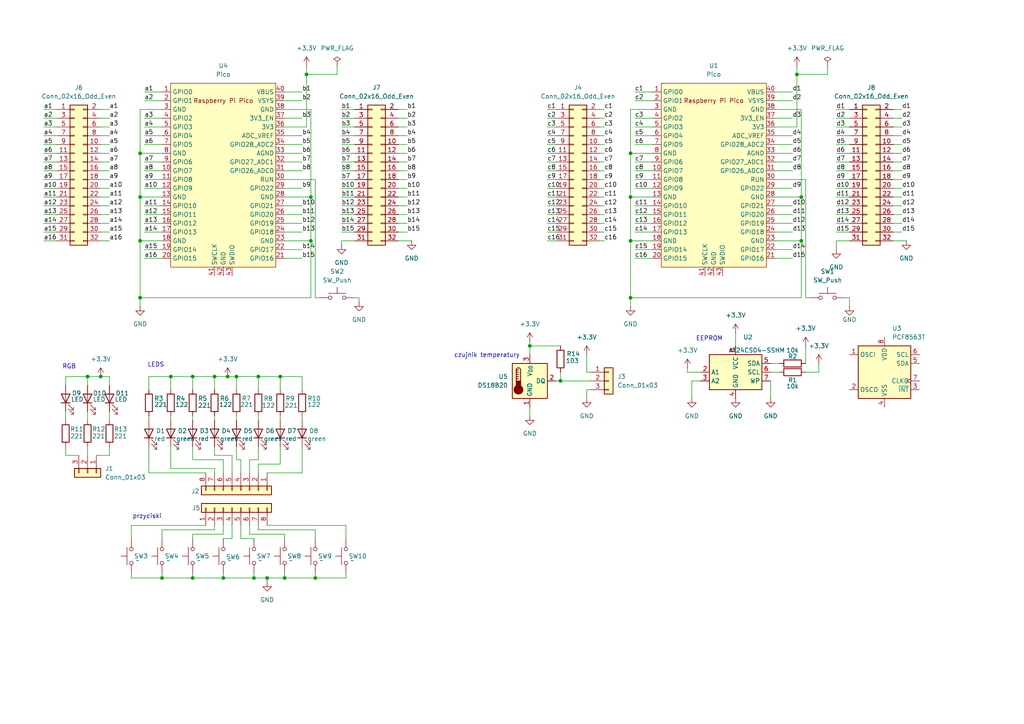
<source format=kicad_sch>
(kicad_sch (version 20231120) (generator "eeschema") (generator_version "8.0")
  (paper "A4")
  (lib_symbols
    (symbol "Connector_Generic:Conn_01x03" (pin_names (offset 1.016) hide)
      (property "Reference" "J" (at 0 5.08 0))
      (property "Value" "Conn_01x03" (at 0 -5.08 0))
      (symbol "Conn_01x03_1_1"
        (pin passive line (at -5.08 2.54 0) (length 3.81) (name "Pin_1") (number "1"))
        (pin passive line (at -5.08 0 0) (length 3.81) (name "Pin_2") (number "2"))
        (pin passive line (at -5.08 -2.54 0) (length 3.81) (name "Pin_3") (number "3"))
      )
    )
    (symbol "Connector_Generic:Conn_01x08" (pin_names (offset 1.016) hide)
      (property "Reference" "J" (at 0 10.16 0))
      (property "Value" "Conn_01x08" (at 0 -12.7 0))
      (symbol "Conn_01x08_1_1"
        (pin passive line (at -5.08 7.62 0) (length 3.81) (name "Pin_1") (number "1"))
        (pin passive line (at -5.08 5.08 0) (length 3.81) (name "Pin_2") (number "2"))
        (pin passive line (at -5.08 2.54 0) (length 3.81) (name "Pin_3") (number "3"))
        (pin passive line (at -5.08 0 0) (length 3.81) (name "Pin_4") (number "4"))
        (pin passive line (at -5.08 -2.54 0) (length 3.81) (name "Pin_5") (number "5"))
        (pin passive line (at -5.08 -5.08 0) (length 3.81) (name "Pin_6") (number "6"))
        (pin passive line (at -5.08 -7.62 0) (length 3.81) (name "Pin_7") (number "7"))
        (pin passive line (at -5.08 -10.16 0) (length 3.81) (name "Pin_8") (number "8"))
      )
    )
    (symbol "Connector_Generic:Conn_02x16_Odd_Even" (pin_names (offset 1.016) hide)
      (property "Reference" "J" (at 1.27 20.32 0))
      (property "Value" "Conn_02x16_Odd_Even" (at 1.27 -22.86 0))
      (symbol "Conn_02x16_Odd_Even_1_1"
        (pin passive line (at -5.08 17.78 0) (length 3.81) (name "Pin_1") (number "1"))
        (pin passive line (at 7.62 7.62 180) (length 3.81) (name "Pin_10") (number "10"))
        (pin passive line (at -5.08 5.08 0) (length 3.81) (name "Pin_11") (number "11"))
        (pin passive line (at 7.62 5.08 180) (length 3.81) (name "Pin_12") (number "12"))
        (pin passive line (at -5.08 2.54 0) (length 3.81) (name "Pin_13") (number "13"))
        (pin passive line (at 7.62 2.54 180) (length 3.81) (name "Pin_14") (number "14"))
        (pin passive line (at -5.08 0 0) (length 3.81) (name "Pin_15") (number "15"))
        (pin passive line (at 7.62 0 180) (length 3.81) (name "Pin_16") (number "16"))
        (pin passive line (at -5.08 -2.54 0) (length 3.81) (name "Pin_17") (number "17"))
        (pin passive line (at 7.62 -2.54 180) (length 3.81) (name "Pin_18") (number "18"))
        (pin passive line (at -5.08 -5.08 0) (length 3.81) (name "Pin_19") (number "19"))
        (pin passive line (at 7.62 17.78 180) (length 3.81) (name "Pin_2") (number "2"))
        (pin passive line (at 7.62 -5.08 180) (length 3.81) (name "Pin_20") (number "20"))
        (pin passive line (at -5.08 -7.62 0) (length 3.81) (name "Pin_21") (number "21"))
        (pin passive line (at 7.62 -7.62 180) (length 3.81) (name "Pin_22") (number "22"))
        (pin passive line (at -5.08 -10.16 0) (length 3.81) (name "Pin_23") (number "23"))
        (pin passive line (at 7.62 -10.16 180) (length 3.81) (name "Pin_24") (number "24"))
        (pin passive line (at -5.08 -12.7 0) (length 3.81) (name "Pin_25") (number "25"))
        (pin passive line (at 7.62 -12.7 180) (length 3.81) (name "Pin_26") (number "26"))
        (pin passive line (at -5.08 -15.24 0) (length 3.81) (name "Pin_27") (number "27"))
        (pin passive line (at 7.62 -15.24 180) (length 3.81) (name "Pin_28") (number "28"))
        (pin passive line (at -5.08 -17.78 0) (length 3.81) (name "Pin_29") (number "29"))
        (pin passive line (at -5.08 15.24 0) (length 3.81) (name "Pin_3") (number "3"))
        (pin passive line (at 7.62 -17.78 180) (length 3.81) (name "Pin_30") (number "30"))
        (pin passive line (at -5.08 -20.32 0) (length 3.81) (name "Pin_31") (number "31"))
        (pin passive line (at 7.62 -20.32 180) (length 3.81) (name "Pin_32") (number "32"))
        (pin passive line (at 7.62 15.24 180) (length 3.81) (name "Pin_4") (number "4"))
        (pin passive line (at -5.08 12.7 0) (length 3.81) (name "Pin_5") (number "5"))
        (pin passive line (at 7.62 12.7 180) (length 3.81) (name "Pin_6") (number "6"))
        (pin passive line (at -5.08 10.16 0) (length 3.81) (name "Pin_7") (number "7"))
        (pin passive line (at 7.62 10.16 180) (length 3.81) (name "Pin_8") (number "8"))
        (pin passive line (at -5.08 7.62 0) (length 3.81) (name "Pin_9") (number "9"))
      )
    )
    (symbol "Device:LED" (pin_numbers hide) (pin_names (offset 1.016) hide)
      (property "Reference" "D" (at 0 2.54 0))
      (property "Value" "LED" (at 0 -2.54 0))
      (symbol "LED_1_1"
        (pin passive line (at -3.81 0 0) (length 2.54) (name "K") (number "1"))
        (pin passive line (at 3.81 0 180) (length 2.54) (name "A") (number "2"))
      )
    )
    (symbol "Device:R" (pin_numbers hide) (pin_names (offset 0))
      (property "Reference" "R" (at 2.032 0 90))
      (property "Value" "R" (at 0 0 90))
      (symbol "R_1_1"
        (pin passive line (at 0 3.81 270) (length 1.27) (name "~") (number "1"))
        (pin passive line (at 0 -3.81 90) (length 1.27) (name "~") (number "2"))
      )
    )
    (symbol "Memory_EEPROM:AT24CS04-SSHM"
      (property "Reference" "U" (at -7.62 6.35 0))
      (property "Value" "AT24CS04-SSHM" (at 2.54 -6.35 0))
      (symbol "AT24CS04-SSHM_1_1"
        (pin no_connect line (at -7.62 2.54 0) (length 2.54) hide (name "NC") (number "1"))
        (pin input line (at -10.16 0 0) (length 2.54) (name "A1") (number "2"))
        (pin input line (at -10.16 -2.54 0) (length 2.54) (name "A2") (number "3"))
        (pin power_in line (at 0 -7.62 90) (length 2.54) (name "GND") (number "4"))
        (pin bidirectional line (at 10.16 2.54 180) (length 2.54) (name "SDA") (number "5"))
        (pin input line (at 10.16 0 180) (length 2.54) (name "SCL") (number "6"))
        (pin input line (at 10.16 -2.54 180) (length 2.54) (name "WP") (number "7"))
        (pin power_in line (at 0 7.62 270) (length 2.54) (name "VCC") (number "8"))
      )
    )
    (symbol "Raspberry Pi Pico:Pico"
      (property "Reference" "U" (at -13.97 27.94 0))
      (property "Value" "Pico" (at 0 19.05 0))
      (symbol "Pico_0_0"
        (text "Raspberry Pi Pico" (at 0 21.59 0) (effects (font (size 1.27 1.27))))
      )
      (symbol "Pico_1_1"
        (pin bidirectional line (at -17.78 24.13 0) (length 2.54) (name "GPIO0") (number "1"))
        (pin bidirectional line (at -17.78 1.27 0) (length 2.54) (name "GPIO7") (number "10"))
        (pin bidirectional line (at -17.78 -1.27 0) (length 2.54) (name "GPIO8") (number "11"))
        (pin bidirectional line (at -17.78 -3.81 0) (length 2.54) (name "GPIO9") (number "12"))
        (pin power_in line (at -17.78 -6.35 0) (length 2.54) (name "GND") (number "13"))
        (pin bidirectional line (at -17.78 -8.89 0) (length 2.54) (name "GPIO10") (number "14"))
        (pin bidirectional line (at -17.78 -11.43 0) (length 2.54) (name "GPIO11") (number "15"))
        (pin bidirectional line (at -17.78 -13.97 0) (length 2.54) (name "GPIO12") (number "16"))
        (pin bidirectional line (at -17.78 -16.51 0) (length 2.54) (name "GPIO13") (number "17"))
        (pin power_in line (at -17.78 -19.05 0) (length 2.54) (name "GND") (number "18"))
        (pin bidirectional line (at -17.78 -21.59 0) (length 2.54) (name "GPIO14") (number "19"))
        (pin bidirectional line (at -17.78 21.59 0) (length 2.54) (name "GPIO1") (number "2"))
        (pin bidirectional line (at -17.78 -24.13 0) (length 2.54) (name "GPIO15") (number "20"))
        (pin bidirectional line (at 17.78 -24.13 180) (length 2.54) (name "GPIO16") (number "21"))
        (pin bidirectional line (at 17.78 -21.59 180) (length 2.54) (name "GPIO17") (number "22"))
        (pin power_in line (at 17.78 -19.05 180) (length 2.54) (name "GND") (number "23"))
        (pin bidirectional line (at 17.78 -16.51 180) (length 2.54) (name "GPIO18") (number "24"))
        (pin bidirectional line (at 17.78 -13.97 180) (length 2.54) (name "GPIO19") (number "25"))
        (pin bidirectional line (at 17.78 -11.43 180) (length 2.54) (name "GPIO20") (number "26"))
        (pin bidirectional line (at 17.78 -8.89 180) (length 2.54) (name "GPIO21") (number "27"))
        (pin power_in line (at 17.78 -6.35 180) (length 2.54) (name "GND") (number "28"))
        (pin bidirectional line (at 17.78 -3.81 180) (length 2.54) (name "GPIO22") (number "29"))
        (pin power_in line (at -17.78 19.05 0) (length 2.54) (name "GND") (number "3"))
        (pin input line (at 17.78 -1.27 180) (length 2.54) (name "RUN") (number "30"))
        (pin bidirectional line (at 17.78 1.27 180) (length 2.54) (name "GPIO26_ADC0") (number "31"))
        (pin bidirectional line (at 17.78 3.81 180) (length 2.54) (name "GPIO27_ADC1") (number "32"))
        (pin power_in line (at 17.78 6.35 180) (length 2.54) (name "AGND") (number "33"))
        (pin bidirectional line (at 17.78 8.89 180) (length 2.54) (name "GPIO28_ADC2") (number "34"))
        (pin power_in line (at 17.78 11.43 180) (length 2.54) (name "ADC_VREF") (number "35"))
        (pin power_in line (at 17.78 13.97 180) (length 2.54) (name "3V3") (number "36"))
        (pin input line (at 17.78 16.51 180) (length 2.54) (name "3V3_EN") (number "37"))
        (pin bidirectional line (at 17.78 19.05 180) (length 2.54) (name "GND") (number "38"))
        (pin power_in line (at 17.78 21.59 180) (length 2.54) (name "VSYS") (number "39"))
        (pin bidirectional line (at -17.78 16.51 0) (length 2.54) (name "GPIO2") (number "4"))
        (pin power_in line (at 17.78 24.13 180) (length 2.54) (name "VBUS") (number "40"))
        (pin input line (at -2.54 -29.21 90) (length 2.54) (name "SWCLK") (number "41"))
        (pin power_in line (at 0 -29.21 90) (length 2.54) (name "GND") (number "42"))
        (pin bidirectional line (at 2.54 -29.21 90) (length 2.54) (name "SWDIO") (number "43"))
        (pin bidirectional line (at -17.78 13.97 0) (length 2.54) (name "GPIO3") (number "5"))
        (pin bidirectional line (at -17.78 11.43 0) (length 2.54) (name "GPIO4") (number "6"))
        (pin bidirectional line (at -17.78 8.89 0) (length 2.54) (name "GPIO5") (number "7"))
        (pin power_in line (at -17.78 6.35 0) (length 2.54) (name "GND") (number "8"))
        (pin bidirectional line (at -17.78 3.81 0) (length 2.54) (name "GPIO6") (number "9"))
      )
    )
    (symbol "Sensor_Temperature:DS18B20"
      (property "Reference" "U" (at -3.81 6.35 0))
      (property "Value" "DS18B20" (at 6.35 6.35 0))
      (symbol "DS18B20_1_1"
        (pin power_in line (at 0 -7.62 90) (length 2.54) (name "GND") (number "1"))
        (pin bidirectional line (at 7.62 0 180) (length 2.54) (name "DQ") (number "2"))
        (pin power_in line (at 0 7.62 270) (length 2.54) (name "V_{DD}") (number "3"))
      )
    )
    (symbol "Switch:SW_Push" (pin_numbers hide) (pin_names (offset 1.016) hide)
      (property "Reference" "SW" (at 1.27 2.54 0))
      (property "Value" "SW_Push" (at 0 -1.524 0))
      (symbol "SW_Push_0_1"
        (pin passive line (at -5.08 0 0) (length 2.54) (name "1") (number "1"))
        (pin passive line (at 5.08 0 180) (length 2.54) (name "2") (number "2"))
      )
    )
    (symbol "Timer_RTC:PCF8563T"
      (property "Reference" "U" (at -7.62 8.89 0))
      (property "Value" "PCF8563T" (at 2.54 8.89 0))
      (symbol "PCF8563T_1_1"
        (pin input line (at -10.16 5.08 0) (length 2.54) (name "OSCI") (number "1"))
        (pin output line (at -10.16 -5.08 0) (length 2.54) (name "OSCO") (number "2"))
        (pin output line (at 10.16 -5.08 180) (length 2.54) (name "~{INT}") (number "3"))
        (pin power_in line (at 0 -10.16 90) (length 2.54) (name "VSS") (number "4"))
        (pin bidirectional line (at 10.16 2.54 180) (length 2.54) (name "SDA") (number "5"))
        (pin input line (at 10.16 5.08 180) (length 2.54) (name "SCL") (number "6"))
        (pin output clock (at 10.16 -2.54 180) (length 2.54) (name "CLKO") (number "7"))
        (pin power_in line (at 0 10.16 270) (length 2.54) (name "VDD") (number "8"))
      )
    )
    (symbol "power:+3.3V" (power) (pin_numbers hide) (pin_names (offset 0) hide)
      (property "Value" "+3.3V" (at 0 3.556 0))
      (symbol "+3.3V_1_1"
        (pin power_in line (at 0 0 90) (length 0) (name "~") (number "1"))
      )
    )
    (symbol "power:GND" (power) (pin_numbers hide) (pin_names (offset 0) hide)
      (property "Value" "GND" (at 0 -3.81 0))
      (symbol "GND_1_1"
        (pin power_in line (at 0 0 270) (length 0) (name "~") (number "1"))
      )
    )
    (symbol "power:PWR_FLAG" (power) (pin_numbers hide) (pin_names (offset 0) hide)
      (property "Value" "PWR_FLAG" (at 0 3.81 0))
      (symbol "PWR_FLAG_0_0"
        (pin power_out line (at 0 0 90) (length 0) (name "~") (number "1"))
      )
    )
  )
  (junction (at 40.64 44.45))
  (junction (at 40.64 57.15))
  (junction (at 153.67 100.33))
  (junction (at 182.88 57.15))
  (junction (at 232.41 69.85))
  (junction (at 81.28 109.22))
  (junction (at 182.88 86.36))
  (junction (at 162.56 110.49))
  (junction (at 40.64 69.85))
  (junction (at 29.21 109.22))
  (junction (at 90.17 57.15))
  (junction (at 62.23 109.22))
  (junction (at 25.4 109.22))
  (junction (at 90.17 69.85))
  (junction (at 91.44 167.64))
  (junction (at 46.99 167.64))
  (junction (at 77.47 167.64))
  (junction (at 55.88 109.22))
  (junction (at 49.53 109.22))
  (junction (at 68.58 109.22))
  (junction (at 74.93 109.22))
  (junction (at 88.9 21.59))
  (junction (at 182.88 44.45))
  (junction (at 232.41 57.15))
  (junction (at 82.55 167.64))
  (junction (at 64.77 167.64))
  (junction (at 40.64 86.36))
  (junction (at 231.14 21.59))
  (junction (at 55.88 167.64))
  (junction (at 182.88 69.85))
  (junction (at 73.66 167.64))
  (junction (at 66.04 109.22))
  (wire (pts (xy 259.08 64.77) (xy 261.62 64.77)))
  (wire (pts (xy 72.39 133.35) (xy 74.93 133.35)))
  (wire (pts (xy 224.79 59.69) (xy 229.87 59.69)))
  (wire (pts (xy 237.49 107.95) (xy 237.49 105.41)))
  (wire (pts (xy 173.99 34.29) (xy 175.26 34.29)))
  (wire (pts (xy 88.9 21.59) (xy 97.79 21.59)))
  (wire (pts (xy 12.7 39.37) (xy 16.51 39.37)))
  (wire (pts (xy 232.41 69.85) (xy 232.41 86.36)))
  (wire (pts (xy 29.21 69.85) (xy 31.75 69.85)))
  (wire (pts (xy 99.06 36.83) (xy 102.87 36.83)))
  (wire (pts (xy 82.55 167.64) (xy 91.44 167.64)))
  (wire (pts (xy 29.21 64.77) (xy 31.75 64.77)))
  (wire (pts (xy 231.14 19.05) (xy 231.14 21.59)))
  (wire (pts (xy 12.7 36.83) (xy 16.51 36.83)))
  (wire (pts (xy 213.36 96.52) (xy 213.36 100.33)))
  (wire (pts (xy 19.05 119.38) (xy 19.05 121.92)))
  (wire (pts (xy 67.31 132.08) (xy 62.23 132.08)))
  (wire (pts (xy 90.17 69.85) (xy 90.17 86.36)))
  (wire (pts (xy 99.06 64.77) (xy 102.87 64.77)))
  (wire (pts (xy 41.91 34.29) (xy 46.99 34.29)))
  (wire (pts (xy 29.21 39.37) (xy 31.75 39.37)))
  (wire (pts (xy 62.23 153.67) (xy 62.23 152.4)))
  (wire (pts (xy 41.91 41.91) (xy 46.99 41.91)))
  (wire (pts (xy 81.28 120.65) (xy 81.28 121.92)))
  (wire (pts (xy 231.14 21.59) (xy 231.14 36.83)))
  (wire (pts (xy 49.53 135.89) (xy 62.23 135.89)))
  (wire (pts (xy 25.4 129.54) (xy 25.4 132.08)))
  (wire (pts (xy 41.91 54.61) (xy 46.99 54.61)))
  (wire (pts (xy 158.75 67.31) (xy 161.29 67.31)))
  (wire (pts (xy 12.7 59.69) (xy 16.51 59.69)))
  (wire (pts (xy 29.21 67.31) (xy 31.75 67.31)))
  (wire (pts (xy 184.15 34.29) (xy 189.23 34.29)))
  (wire (pts (xy 240.03 19.05) (xy 240.03 21.59)))
  (wire (pts (xy 184.15 46.99) (xy 189.23 46.99)))
  (wire (pts (xy 158.75 59.69) (xy 161.29 59.69)))
  (wire (pts (xy 158.75 41.91) (xy 161.29 41.91)))
  (wire (pts (xy 173.99 36.83) (xy 175.26 36.83)))
  (wire (pts (xy 182.88 57.15) (xy 189.23 57.15)))
  (wire (pts (xy 49.53 120.65) (xy 49.53 121.92)))
  (wire (pts (xy 173.99 41.91) (xy 175.26 41.91)))
  (wire (pts (xy 12.7 54.61) (xy 16.51 54.61)))
  (wire (pts (xy 99.06 69.85) (xy 102.87 69.85)))
  (wire (pts (xy 82.55 39.37) (xy 87.63 39.37)))
  (wire (pts (xy 41.91 36.83) (xy 46.99 36.83)))
  (wire (pts (xy 77.47 152.4) (xy 100.33 152.4)))
  (wire (pts (xy 224.79 29.21) (xy 229.87 29.21)))
  (wire (pts (xy 173.99 52.07) (xy 175.26 52.07)))
  (wire (pts (xy 40.64 57.15) (xy 40.64 69.85)))
  (wire (pts (xy 224.79 26.67) (xy 229.87 26.67)))
  (wire (pts (xy 41.91 29.21) (xy 46.99 29.21)))
  (wire (pts (xy 115.57 39.37) (xy 118.11 39.37)))
  (wire (pts (xy 64.77 137.16) (xy 64.77 133.35)))
  (wire (pts (xy 62.23 137.16) (xy 62.23 135.89)))
  (wire (pts (xy 99.06 41.91) (xy 102.87 41.91)))
  (wire (pts (xy 224.79 31.75) (xy 232.41 31.75)))
  (wire (pts (xy 242.57 34.29) (xy 246.38 34.29)))
  (wire (pts (xy 12.7 46.99) (xy 16.51 46.99)))
  (wire (pts (xy 242.57 31.75) (xy 246.38 31.75)))
  (wire (pts (xy 29.21 52.07) (xy 31.75 52.07)))
  (wire (pts (xy 90.17 57.15) (xy 90.17 69.85)))
  (wire (pts (xy 100.33 152.4) (xy 100.33 156.21)))
  (wire (pts (xy 153.67 99.06) (xy 153.67 100.33)))
  (wire (pts (xy 55.88 156.21) (xy 55.88 154.94)))
  (wire (pts (xy 46.99 167.64) (xy 55.88 167.64)))
  (wire (pts (xy 182.88 69.85) (xy 189.23 69.85)))
  (wire (pts (xy 259.08 41.91) (xy 261.62 41.91)))
  (wire (pts (xy 82.55 44.45) (xy 87.63 44.45)))
  (wire (pts (xy 77.47 168.91) (xy 77.47 167.64)))
  (wire (pts (xy 259.08 34.29) (xy 261.62 34.29)))
  (wire (pts (xy 184.15 72.39) (xy 189.23 72.39)))
  (wire (pts (xy 88.9 21.59) (xy 88.9 36.83)))
  (wire (pts (xy 173.99 67.31) (xy 175.26 67.31)))
  (wire (pts (xy 259.08 62.23) (xy 261.62 62.23)))
  (wire (pts (xy 99.06 52.07) (xy 102.87 52.07)))
  (wire (pts (xy 259.08 59.69) (xy 261.62 59.69)))
  (wire (pts (xy 173.99 57.15) (xy 175.26 57.15)))
  (wire (pts (xy 242.57 59.69) (xy 246.38 59.69)))
  (wire (pts (xy 184.15 64.77) (xy 189.23 64.77)))
  (wire (pts (xy 242.57 64.77) (xy 246.38 64.77)))
  (wire (pts (xy 99.06 62.23) (xy 102.87 62.23)))
  (wire (pts (xy 68.58 133.35) (xy 68.58 129.54)))
  (wire (pts (xy 182.88 57.15) (xy 182.88 69.85)))
  (wire (pts (xy 182.88 69.85) (xy 182.88 86.36)))
  (wire (pts (xy 82.55 54.61) (xy 87.63 54.61)))
  (wire (pts (xy 184.15 52.07) (xy 189.23 52.07)))
  (wire (pts (xy 29.21 109.22) (xy 31.75 109.22)))
  (wire (pts (xy 242.57 39.37) (xy 246.38 39.37)))
  (wire (pts (xy 59.69 152.4) (xy 38.1 152.4)))
  (wire (pts (xy 82.55 59.69) (xy 87.63 59.69)))
  (wire (pts (xy 69.85 133.35) (xy 69.85 137.16)))
  (wire (pts (xy 158.75 69.85) (xy 161.29 69.85)))
  (wire (pts (xy 82.55 57.15) (xy 90.17 57.15)))
  (wire (pts (xy 223.52 110.49) (xy 223.52 115.57)))
  (wire (pts (xy 115.57 46.99) (xy 118.11 46.99)))
  (wire (pts (xy 184.15 26.67) (xy 189.23 26.67)))
  (wire (pts (xy 90.17 31.75) (xy 90.17 57.15)))
  (wire (pts (xy 115.57 64.77) (xy 118.11 64.77)))
  (wire (pts (xy 74.93 137.16) (xy 74.93 134.62)))
  (wire (pts (xy 87.63 109.22) (xy 87.63 113.03)))
  (wire (pts (xy 97.79 19.05) (xy 97.79 21.59)))
  (wire (pts (xy 41.91 59.69) (xy 46.99 59.69)))
  (wire (pts (xy 40.64 44.45) (xy 46.99 44.45)))
  (wire (pts (xy 158.75 34.29) (xy 161.29 34.29)))
  (wire (pts (xy 82.55 154.94) (xy 72.39 154.94)))
  (wire (pts (xy 224.79 57.15) (xy 232.41 57.15)))
  (wire (pts (xy 12.7 44.45) (xy 16.51 44.45)))
  (wire (pts (xy 81.28 109.22) (xy 81.28 113.03)))
  (wire (pts (xy 115.57 59.69) (xy 118.11 59.69)))
  (wire (pts (xy 74.93 134.62) (xy 81.28 134.62)))
  (wire (pts (xy 115.57 36.83) (xy 118.11 36.83)))
  (wire (pts (xy 246.38 86.36) (xy 246.38 88.9)))
  (wire (pts (xy 184.15 62.23) (xy 189.23 62.23)))
  (wire (pts (xy 91.44 156.21) (xy 91.44 153.67)))
  (wire (pts (xy 158.75 31.75) (xy 161.29 31.75)))
  (wire (pts (xy 41.91 67.31) (xy 46.99 67.31)))
  (wire (pts (xy 12.7 34.29) (xy 16.51 34.29)))
  (wire (pts (xy 12.7 64.77) (xy 16.51 64.77)))
  (wire (pts (xy 82.55 46.99) (xy 87.63 46.99)))
  (wire (pts (xy 81.28 129.54) (xy 81.28 134.62)))
  (wire (pts (xy 115.57 41.91) (xy 118.11 41.91)))
  (wire (pts (xy 43.18 120.65) (xy 43.18 121.92)))
  (wire (pts (xy 73.66 167.64) (xy 77.47 167.64)))
  (wire (pts (xy 153.67 118.11) (xy 153.67 120.65)))
  (wire (pts (xy 46.99 156.21) (xy 46.99 153.67)))
  (wire (pts (xy 158.75 54.61) (xy 161.29 54.61)))
  (wire (pts (xy 224.79 46.99) (xy 229.87 46.99)))
  (wire (pts (xy 41.91 72.39) (xy 46.99 72.39)))
  (wire (pts (xy 19.05 111.76) (xy 19.05 109.22)))
  (wire (pts (xy 173.99 46.99) (xy 175.26 46.99)))
  (wire (pts (xy 41.91 49.53) (xy 46.99 49.53)))
  (wire (pts (xy 184.15 39.37) (xy 189.23 39.37)))
  (wire (pts (xy 100.33 166.37) (xy 100.33 167.64)))
  (wire (pts (xy 82.55 74.93) (xy 87.63 74.93)))
  (wire (pts (xy 115.57 69.85) (xy 119.38 69.85)))
  (wire (pts (xy 184.15 41.91) (xy 189.23 41.91)))
  (wire (pts (xy 153.67 100.33) (xy 162.56 100.33)))
  (wire (pts (xy 81.28 109.22) (xy 87.63 109.22)))
  (wire (pts (xy 87.63 129.54) (xy 87.63 137.16)))
  (wire (pts (xy 38.1 166.37) (xy 38.1 167.64)))
  (wire (pts (xy 99.06 54.61) (xy 102.87 54.61)))
  (wire (pts (xy 87.63 120.65) (xy 87.63 121.92)))
  (wire (pts (xy 224.79 62.23) (xy 229.87 62.23)))
  (wire (pts (xy 41.91 74.93) (xy 46.99 74.93)))
  (wire (pts (xy 27.94 132.08) (xy 31.75 132.08)))
  (wire (pts (xy 173.99 64.77) (xy 175.26 64.77)))
  (wire (pts (xy 82.55 72.39) (xy 87.63 72.39)))
  (wire (pts (xy 182.88 44.45) (xy 189.23 44.45)))
  (wire (pts (xy 184.15 36.83) (xy 189.23 36.83)))
  (wire (pts (xy 62.23 109.22) (xy 66.04 109.22)))
  (wire (pts (xy 182.88 86.36) (xy 232.41 86.36)))
  (wire (pts (xy 242.57 44.45) (xy 246.38 44.45)))
  (wire (pts (xy 73.66 156.21) (xy 69.85 156.21)))
  (wire (pts (xy 115.57 52.07) (xy 118.11 52.07)))
  (wire (pts (xy 29.21 46.99) (xy 31.75 46.99)))
  (wire (pts (xy 242.57 46.99) (xy 246.38 46.99)))
  (wire (pts (xy 173.99 69.85) (xy 175.26 69.85)))
  (wire (pts (xy 29.21 41.91) (xy 31.75 41.91)))
  (wire (pts (xy 74.93 153.67) (xy 74.93 152.4)))
  (wire (pts (xy 233.68 107.95) (xy 237.49 107.95)))
  (wire (pts (xy 242.57 49.53) (xy 246.38 49.53)))
  (wire (pts (xy 99.06 69.85) (xy 99.06 71.12)))
  (wire (pts (xy 82.55 67.31) (xy 87.63 67.31)))
  (wire (pts (xy 259.08 57.15) (xy 261.62 57.15)))
  (wire (pts (xy 182.88 44.45) (xy 182.88 57.15)))
  (wire (pts (xy 242.57 69.85) (xy 242.57 72.39)))
  (wire (pts (xy 12.7 57.15) (xy 16.51 57.15)))
  (wire (pts (xy 74.93 109.22) (xy 81.28 109.22)))
  (wire (pts (xy 173.99 49.53) (xy 175.26 49.53)))
  (wire (pts (xy 12.7 67.31) (xy 16.51 67.31)))
  (wire (pts (xy 40.64 57.15) (xy 46.99 57.15)))
  (wire (pts (xy 55.88 109.22) (xy 62.23 109.22)))
  (wire (pts (xy 115.57 57.15) (xy 118.11 57.15)))
  (wire (pts (xy 173.99 31.75) (xy 175.26 31.75)))
  (wire (pts (xy 40.64 31.75) (xy 40.64 44.45)))
  (wire (pts (xy 242.57 57.15) (xy 246.38 57.15)))
  (wire (pts (xy 12.7 31.75) (xy 16.51 31.75)))
  (wire (pts (xy 184.15 54.61) (xy 189.23 54.61)))
  (wire (pts (xy 40.64 86.36) (xy 90.17 86.36)))
  (wire (pts (xy 41.91 62.23) (xy 46.99 62.23)))
  (wire (pts (xy 259.08 31.75) (xy 261.62 31.75)))
  (wire (pts (xy 68.58 120.65) (xy 68.58 121.92)))
  (wire (pts (xy 82.55 41.91) (xy 87.63 41.91)))
  (wire (pts (xy 245.11 86.36) (xy 246.38 86.36)))
  (wire (pts (xy 82.55 64.77) (xy 87.63 64.77)))
  (wire (pts (xy 64.77 154.94) (xy 64.77 152.4)))
  (wire (pts (xy 55.88 109.22) (xy 55.88 113.03)))
  (wire (pts (xy 25.4 119.38) (xy 25.4 121.92)))
  (wire (pts (xy 115.57 67.31) (xy 118.11 67.31)))
  (wire (pts (xy 49.53 129.54) (xy 49.53 135.89)))
  (wire (pts (xy 41.91 64.77) (xy 46.99 64.77)))
  (wire (pts (xy 115.57 49.53) (xy 118.11 49.53)))
  (wire (pts (xy 72.39 154.94) (xy 72.39 152.4)))
  (wire (pts (xy 55.88 167.64) (xy 64.77 167.64)))
  (wire (pts (xy 91.44 153.67) (xy 74.93 153.67)))
  (wire (pts (xy 67.31 137.16) (xy 67.31 132.08)))
  (wire (pts (xy 203.2 107.95) (xy 199.39 107.95)))
  (wire (pts (xy 115.57 44.45) (xy 118.11 44.45)))
  (wire (pts (xy 46.99 153.67) (xy 62.23 153.67)))
  (wire (pts (xy 49.53 109.22) (xy 49.53 113.03)))
  (wire (pts (xy 99.06 34.29) (xy 102.87 34.29)))
  (wire (pts (xy 25.4 109.22) (xy 25.4 111.76)))
  (wire (pts (xy 184.15 74.93) (xy 189.23 74.93)))
  (wire (pts (xy 41.91 52.07) (xy 46.99 52.07)))
  (wire (pts (xy 19.05 132.08) (xy 19.05 129.54)))
  (wire (pts (xy 259.08 49.53) (xy 261.62 49.53)))
  (wire (pts (xy 43.18 109.22) (xy 49.53 109.22)))
  (wire (pts (xy 158.75 62.23) (xy 161.29 62.23)))
  (wire (pts (xy 182.88 31.75) (xy 182.88 44.45)))
  (wire (pts (xy 82.55 166.37) (xy 82.55 167.64)))
  (wire (pts (xy 170.18 113.03) (xy 170.18 115.57)))
  (wire (pts (xy 29.21 31.75) (xy 31.75 31.75)))
  (wire (pts (xy 64.77 156.21) (xy 67.31 156.21)))
  (wire (pts (xy 224.79 34.29) (xy 229.87 34.29)))
  (wire (pts (xy 158.75 36.83) (xy 161.29 36.83)))
  (wire (pts (xy 43.18 109.22) (xy 43.18 113.03)))
  (wire (pts (xy 242.57 69.85) (xy 246.38 69.85)))
  (wire (pts (xy 22.86 132.08) (xy 19.05 132.08)))
  (wire (pts (xy 40.64 86.36) (xy 40.64 88.9)))
  (wire (pts (xy 223.52 105.41) (xy 226.06 105.41)))
  (wire (pts (xy 12.7 41.91) (xy 16.51 41.91)))
  (wire (pts (xy 49.53 109.22) (xy 55.88 109.22)))
  (wire (pts (xy 115.57 34.29) (xy 118.11 34.29)))
  (wire (pts (xy 233.68 100.33) (xy 233.68 105.41)))
  (wire (pts (xy 184.15 29.21) (xy 189.23 29.21)))
  (wire (pts (xy 74.93 120.65) (xy 74.93 121.92)))
  (wire (pts (xy 232.41 57.15) (xy 232.41 69.85)))
  (wire (pts (xy 29.21 34.29) (xy 31.75 34.29)))
  (wire (pts (xy 38.1 152.4) (xy 38.1 156.21)))
  (wire (pts (xy 102.87 86.36) (xy 104.14 86.36)))
  (wire (pts (xy 29.21 54.61) (xy 31.75 54.61)))
  (wire (pts (xy 184.15 49.53) (xy 189.23 49.53)))
  (wire (pts (xy 200.66 110.49) (xy 200.66 115.57)))
  (wire (pts (xy 99.06 49.53) (xy 102.87 49.53)))
  (wire (pts (xy 161.29 110.49) (xy 162.56 110.49)))
  (wire (pts (xy 158.75 44.45) (xy 161.29 44.45)))
  (wire (pts (xy 259.08 46.99) (xy 261.62 46.99)))
  (wire (pts (xy 224.79 41.91) (xy 229.87 41.91)))
  (wire (pts (xy 115.57 31.75) (xy 118.11 31.75)))
  (wire (pts (xy 242.57 41.91) (xy 246.38 41.91)))
  (wire (pts (xy 173.99 59.69) (xy 175.26 59.69)))
  (wire (pts (xy 82.55 69.85) (xy 90.17 69.85)))
  (wire (pts (xy 12.7 52.07) (xy 16.51 52.07)))
  (wire (pts (xy 233.68 52.07) (xy 233.68 86.36)))
  (wire (pts (xy 99.06 67.31) (xy 102.87 67.31)))
  (wire (pts (xy 242.57 62.23) (xy 246.38 62.23)))
  (wire (pts (xy 232.41 31.75) (xy 232.41 57.15)))
  (wire (pts (xy 74.93 129.54) (xy 74.93 133.35)))
  (wire (pts (xy 29.21 62.23) (xy 31.75 62.23)))
  (wire (pts (xy 171.45 113.03) (xy 170.18 113.03)))
  (wire (pts (xy 224.79 69.85) (xy 232.41 69.85)))
  (wire (pts (xy 91.44 86.36) (xy 92.71 86.36)))
  (wire (pts (xy 259.08 69.85) (xy 262.89 69.85)))
  (wire (pts (xy 40.64 31.75) (xy 46.99 31.75)))
  (wire (pts (xy 224.79 64.77) (xy 229.87 64.77)))
  (wire (pts (xy 259.08 39.37) (xy 261.62 39.37)))
  (wire (pts (xy 184.15 59.69) (xy 189.23 59.69)))
  (wire (pts (xy 173.99 44.45) (xy 175.26 44.45)))
  (wire (pts (xy 59.69 137.16) (xy 43.18 137.16)))
  (wire (pts (xy 64.77 166.37) (xy 64.77 167.64)))
  (wire (pts (xy 173.99 62.23) (xy 175.26 62.23)))
  (wire (pts (xy 153.67 100.33) (xy 153.67 102.87)))
  (wire (pts (xy 242.57 36.83) (xy 246.38 36.83)))
  (wire (pts (xy 224.79 39.37) (xy 229.87 39.37)))
  (wire (pts (xy 91.44 52.07) (xy 82.55 52.07)))
  (wire (pts (xy 99.06 46.99) (xy 102.87 46.99)))
  (wire (pts (xy 162.56 110.49) (xy 171.45 110.49)))
  (wire (pts (xy 171.45 107.95) (xy 170.18 107.95)))
  (wire (pts (xy 69.85 133.35) (xy 68.58 133.35)))
  (wire (pts (xy 82.55 156.21) (xy 82.55 154.94)))
  (wire (pts (xy 38.1 167.64) (xy 46.99 167.64)))
  (wire (pts (xy 73.66 166.37) (xy 73.66 167.64)))
  (wire (pts (xy 12.7 69.85) (xy 16.51 69.85)))
  (wire (pts (xy 55.88 120.65) (xy 55.88 121.92)))
  (wire (pts (xy 182.88 31.75) (xy 189.23 31.75)))
  (wire (pts (xy 224.79 49.53) (xy 229.87 49.53)))
  (wire (pts (xy 99.06 59.69) (xy 102.87 59.69)))
  (wire (pts (xy 99.06 31.75) (xy 102.87 31.75)))
  (wire (pts (xy 224.79 44.45) (xy 229.87 44.45)))
  (wire (pts (xy 62.23 129.54) (xy 62.23 132.08)))
  (wire (pts (xy 29.21 49.53) (xy 31.75 49.53)))
  (wire (pts (xy 29.21 57.15) (xy 31.75 57.15)))
  (wire (pts (xy 88.9 36.83) (xy 82.55 36.83)))
  (wire (pts (xy 115.57 62.23) (xy 118.11 62.23)))
  (wire (pts (xy 40.64 69.85) (xy 46.99 69.85)))
  (wire (pts (xy 68.58 109.22) (xy 68.58 113.03)))
  (wire (pts (xy 223.52 107.95) (xy 226.06 107.95)))
  (wire (pts (xy 62.23 120.65) (xy 62.23 121.92)))
  (wire (pts (xy 158.75 49.53) (xy 161.29 49.53)))
  (wire (pts (xy 46.99 166.37) (xy 46.99 167.64)))
  (wire (pts (xy 170.18 107.95) (xy 170.18 102.87)))
  (wire (pts (xy 91.44 167.64) (xy 100.33 167.64)))
  (wire (pts (xy 82.55 34.29) (xy 87.63 34.29)))
  (wire (pts (xy 104.14 86.36) (xy 104.14 87.63)))
  (wire (pts (xy 233.68 52.07) (xy 224.79 52.07)))
  (wire (pts (xy 91.44 166.37) (xy 91.44 167.64)))
  (wire (pts (xy 29.21 59.69) (xy 31.75 59.69)))
  (wire (pts (xy 43.18 129.54) (xy 43.18 137.16)))
  (wire (pts (xy 19.05 109.22) (xy 25.4 109.22)))
  (wire (pts (xy 259.08 52.07) (xy 261.62 52.07)))
  (wire (pts (xy 88.9 19.05) (xy 88.9 21.59)))
  (wire (pts (xy 82.55 31.75) (xy 90.17 31.75)))
  (wire (pts (xy 99.06 44.45) (xy 102.87 44.45)))
  (wire (pts (xy 224.79 72.39) (xy 229.87 72.39)))
  (wire (pts (xy 25.4 109.22) (xy 29.21 109.22)))
  (wire (pts (xy 66.04 109.22) (xy 68.58 109.22)))
  (wire (pts (xy 99.06 57.15) (xy 102.87 57.15)))
  (wire (pts (xy 31.75 109.22) (xy 31.75 111.76)))
  (wire (pts (xy 29.21 44.45) (xy 31.75 44.45)))
  (wire (pts (xy 82.55 49.53) (xy 87.63 49.53)))
  (wire (pts (xy 173.99 54.61) (xy 175.26 54.61)))
  (wire (pts (xy 82.55 26.67) (xy 87.63 26.67)))
  (wire (pts (xy 259.08 67.31) (xy 261.62 67.31)))
  (wire (pts (xy 224.79 74.93) (xy 229.87 74.93)))
  (wire (pts (xy 242.57 54.61) (xy 246.38 54.61)))
  (wire (pts (xy 173.99 39.37) (xy 175.26 39.37)))
  (wire (pts (xy 158.75 57.15) (xy 161.29 57.15)))
  (wire (pts (xy 31.75 119.38) (xy 31.75 121.92)))
  (wire (pts (xy 259.08 44.45) (xy 261.62 44.45)))
  (wire (pts (xy 41.91 46.99) (xy 46.99 46.99)))
  (wire (pts (xy 82.55 62.23) (xy 87.63 62.23)))
  (wire (pts (xy 91.44 52.07) (xy 91.44 86.36)))
  (wire (pts (xy 224.79 67.31) (xy 229.87 67.31)))
  (wire (pts (xy 41.91 39.37) (xy 46.99 39.37)))
  (wire (pts (xy 74.93 109.22) (xy 74.93 113.03)))
  (wire (pts (xy 64.77 133.35) (xy 55.88 133.35)))
  (wire (pts (xy 203.2 110.49) (xy 200.66 110.49)))
  (wire (pts (xy 162.56 107.95) (xy 162.56 110.49)))
  (wire (pts (xy 231.14 21.59) (xy 240.03 21.59)))
  (wire (pts (xy 259.08 36.83) (xy 261.62 36.83)))
  (wire (pts (xy 158.75 39.37) (xy 161.29 39.37)))
  (wire (pts (xy 55.88 129.54) (xy 55.88 133.35)))
  (wire (pts (xy 31.75 129.54) (xy 31.75 132.08)))
  (wire (pts (xy 40.64 44.45) (xy 40.64 57.15)))
  (wire (pts (xy 242.57 52.07) (xy 246.38 52.07)))
  (wire (pts (xy 231.14 36.83) (xy 224.79 36.83)))
  (wire (pts (xy 224.79 54.61) (xy 229.87 54.61)))
  (wire (pts (xy 29.21 36.83) (xy 31.75 36.83)))
  (wire (pts (xy 69.85 152.4) (xy 69.85 156.21)))
  (wire (pts (xy 233.68 86.36) (xy 234.95 86.36)))
  (wire (pts (xy 67.31 156.21) (xy 67.31 152.4)))
  (wire (pts (xy 82.55 29.21) (xy 87.63 29.21)))
  (wire (pts (xy 242.57 67.31) (xy 246.38 67.31)))
  (wire (pts (xy 55.88 166.37) (xy 55.88 167.64)))
  (wire (pts (xy 199.39 107.95) (xy 199.39 106.68)))
  (wire (pts (xy 77.47 137.16) (xy 87.63 137.16)))
  (wire (pts (xy 77.47 167.64) (xy 82.55 167.64)))
  (wire (pts (xy 12.7 49.53) (xy 16.51 49.53)))
  (wire (pts (xy 115.57 54.61) (xy 118.11 54.61)))
  (wire (pts (xy 68.58 109.22) (xy 74.93 109.22)))
  (wire (pts (xy 62.23 109.22) (xy 62.23 113.03)))
  (wire (pts (xy 158.75 52.07) (xy 161.29 52.07)))
  (wire (pts (xy 259.08 54.61) (xy 261.62 54.61)))
  (wire (pts (xy 55.88 154.94) (xy 64.77 154.94)))
  (wire (pts (xy 182.88 86.36) (xy 182.88 88.9)))
  (wire (pts (xy 40.64 69.85) (xy 40.64 86.36)))
  (wire (pts (xy 64.77 167.64) (xy 73.66 167.64)))
  (wire (pts (xy 12.7 62.23) (xy 16.51 62.23)))
  (wire (pts (xy 184.15 67.31) (xy 189.23 67.31)))
  (wire (pts (xy 158.75 64.77) (xy 161.29 64.77)))
  (wire (pts (xy 158.75 46.99) (xy 161.29 46.99)))
  (wire (pts (xy 41.91 26.67) (xy 46.99 26.67)))
  (wire (pts (xy 72.39 137.16) (xy 72.39 133.35)))
  (wire (pts (xy 99.06 39.37) (xy 102.87 39.37)))
  (text "RGB" (at 20.066 106.426 0) (effects (font (size 1.27 1.27))))
  (text "przyciski" (at 42.672 149.86 0) (effects (font (size 1.27 1.27))))
  (text "LEDS" (at 45.212 105.918 0) (effects (font (size 1.27 1.27))))
  (text "czujnik temperatury" (at 141.224 103.124 0) (effects (font (size 1.27 1.27))))
  (text "EEPROM" (at 205.74 98.298 0) (effects (font (size 1.27 1.27))))
  (label "c5" (at 175.26 41.91 0))
  (label "c2" (at 184.15 29.21 0))
  (label "b9" (at 118.11 52.07 0))
  (label "d1" (at 261.62 31.75 0))
  (label "b7" (at 99.06 46.99 0))
  (label "a15" (at 31.75 67.31 0))
  (label "a9" (at 31.75 52.07 0))
  (label "d14" (at 229.87 72.39 0))
  (label "d3" (at 229.87 34.29 0))
  (label "c11" (at 158.75 57.15 0))
  (label "a3" (at 41.91 34.29 0))
  (label "b10" (at 87.63 59.69 0))
  (label "a11" (at 31.75 57.15 0))
  (label "c13" (at 158.75 62.23 0))
  (label "b5" (at 118.11 41.91 0))
  (label "c12" (at 158.75 59.69 0))
  (label "c15" (at 175.26 67.31 0))
  (label "b13" (at 118.11 62.23 0))
  (label "c16" (at 184.15 74.93 0))
  (label "d13" (at 242.57 62.23 0))
  (label "d5" (at 242.57 41.91 0))
  (label "d6" (at 261.62 44.45 0))
  (label "c15" (at 184.15 72.39 0))
  (label "b5" (at 87.63 41.91 0))
  (label "c3" (at 158.75 36.83 0))
  (label "d8" (at 242.57 49.53 0))
  (label "b9" (at 87.63 54.61 0))
  (label "a5" (at 31.75 41.91 0))
  (label "a11" (at 41.91 59.69 0))
  (label "b4" (at 118.11 39.37 0))
  (label "d11" (at 229.87 62.23 0))
  (label "b14" (at 87.63 72.39 0))
  (label "a14" (at 31.75 64.77 0))
  (label "c5" (at 158.75 41.91 0))
  (label "d9" (at 261.62 52.07 0))
  (label "a16" (at 41.91 74.93 0))
  (label "c3" (at 175.26 36.83 0))
  (label "b2" (at 99.06 34.29 0))
  (label "d4" (at 229.87 39.37 0))
  (label "c13" (at 184.15 64.77 0))
  (label "d13" (at 261.62 62.23 0))
  (label "c14" (at 158.75 64.77 0))
  (label "c5" (at 184.15 39.37 0))
  (label "c11" (at 184.15 59.69 0))
  (label "b15" (at 118.11 67.31 0))
  (label "c16" (at 175.26 69.85 0))
  (label "a13" (at 31.75 62.23 0))
  (label "b8" (at 99.06 49.53 0))
  (label "c1" (at 175.26 31.75 0))
  (label "c12" (at 184.15 62.23 0))
  (label "a7" (at 31.75 46.99 0))
  (label "a1" (at 31.75 31.75 0))
  (label "a4" (at 31.75 39.37 0))
  (label "a4" (at 12.7 39.37 0))
  (label "c12" (at 175.26 59.69 0))
  (label "a7" (at 12.7 46.99 0))
  (label "a2" (at 31.75 34.29 0))
  (label "c15" (at 158.75 67.31 0))
  (label "a10" (at 31.75 54.61 0))
  (label "b14" (at 118.11 64.77 0))
  (label "a8" (at 31.75 49.53 0))
  (label "a14" (at 12.7 64.77 0))
  (label "d2" (at 229.87 29.21 0))
  (label "d15" (at 261.62 67.31 0))
  (label "c4" (at 175.26 39.37 0))
  (label "d4" (at 242.57 39.37 0))
  (label "c16" (at 158.75 69.85 0))
  (label "c1" (at 158.75 31.75 0))
  (label "c8" (at 184.15 49.53 0))
  (label "d11" (at 242.57 57.15 0))
  (label "d1" (at 242.57 31.75 0))
  (label "c7" (at 184.15 46.99 0))
  (label "c6" (at 175.26 44.45 0))
  (label "b1" (at 87.63 26.67 0))
  (label "d14" (at 242.57 64.77 0))
  (label "b11" (at 99.06 57.15 0))
  (label "c14" (at 175.26 64.77 0))
  (label "a6" (at 31.75 44.45 0))
  (label "c8" (at 175.26 49.53 0))
  (label "a7" (at 41.91 46.99 0))
  (label "d8" (at 229.87 49.53 0))
  (label "a2" (at 41.91 29.21 0))
  (label "b7" (at 87.63 46.99 0))
  (label "b5" (at 99.06 41.91 0))
  (label "b4" (at 87.63 39.37 0))
  (label "a15" (at 41.91 72.39 0))
  (label "a13" (at 12.7 62.23 0))
  (label "a16" (at 31.75 69.85 0))
  (label "b6" (at 118.11 44.45 0))
  (label "d3" (at 261.62 36.83 0))
  (label "c11" (at 175.26 57.15 0))
  (label "d12" (at 242.57 59.69 0))
  (label "a5" (at 12.7 41.91 0))
  (label "b2" (at 118.11 34.29 0))
  (label "b2" (at 87.63 29.21 0))
  (label "d10" (at 229.87 59.69 0))
  (label "d12" (at 229.87 64.77 0))
  (label "b7" (at 118.11 46.99 0))
  (label "b6" (at 87.63 44.45 0))
  (label "d7" (at 242.57 46.99 0))
  (label "b13" (at 87.63 67.31 0))
  (label "c4" (at 184.15 36.83 0))
  (label "d7" (at 261.62 46.99 0))
  (label "a10" (at 12.7 54.61 0))
  (label "a14" (at 41.91 67.31 0))
  (label "b14" (at 99.06 64.77 0))
  (label "a12" (at 12.7 59.69 0))
  (label "b15" (at 99.06 67.31 0))
  (label "c13" (at 175.26 62.23 0))
  (label "a2" (at 12.7 34.29 0))
  (label "b6" (at 99.06 44.45 0))
  (label "c2" (at 158.75 34.29 0))
  (label "d13" (at 229.87 67.31 0))
  (label "b12" (at 118.11 59.69 0))
  (label "c10" (at 175.26 54.61 0))
  (label "c14" (at 184.15 67.31 0))
  (label "b10" (at 118.11 54.61 0))
  (label "a4" (at 41.91 36.83 0))
  (label "c10" (at 184.15 54.61 0))
  (label "b7" (at 99.06 52.07 0))
  (label "b15" (at 87.63 74.93 0))
  (label "d5" (at 229.87 41.91 0))
  (label "d10" (at 242.57 54.61 0))
  (label "c9" (at 184.15 52.07 0))
  (label "d15" (at 242.57 67.31 0))
  (label "b1" (at 118.11 31.75 0))
  (label "d2" (at 261.62 34.29 0))
  (label "a1" (at 12.7 31.75 0))
  (label "a1" (at 41.91 26.67 0))
  (label "d6" (at 242.57 44.45 0))
  (label "d14" (at 261.62 64.77 0))
  (label "d11" (at 261.62 57.15 0))
  (label "b4" (at 99.06 39.37 0))
  (label "d4" (at 261.62 39.37 0))
  (label "a12" (at 31.75 59.69 0))
  (label "b10" (at 99.06 54.61 0))
  (label "a3" (at 12.7 36.83 0))
  (label "d2" (at 242.57 34.29 0))
  (label "d9" (at 229.87 54.61 0))
  (label "c9" (at 175.26 52.07 0))
  (label "a8" (at 41.91 49.53 0))
  (label "b1" (at 99.06 31.75 0))
  (label "a15" (at 12.7 67.31 0))
  (label "d12" (at 261.62 59.69 0))
  (label "c7" (at 175.26 46.99 0))
  (label "c6" (at 158.75 44.45 0))
  (label "c7" (at 158.75 46.99 0))
  (label "d9" (at 242.57 52.07 0))
  (label "d5" (at 261.62 41.91 0))
  (label "b13" (at 99.06 62.23 0))
  (label "d15" (at 229.87 74.93 0))
  (label "d1" (at 229.87 26.67 0))
  (label "b11" (at 118.11 57.15 0))
  (label "c9" (at 158.75 52.07 0))
  (label "d6" (at 229.87 44.45 0))
  (label "a13" (at 41.91 64.77 0))
  (label "a8" (at 12.7 49.53 0))
  (label "a9" (at 12.7 52.07 0))
  (label "d7" (at 229.87 46.99 0))
  (label "a10" (at 41.91 54.61 0))
  (label "a9" (at 41.91 52.07 0))
  (label "a5" (at 41.91 39.37 0))
  (label "d3" (at 242.57 36.83 0))
  (label "b12" (at 87.63 64.77 0))
  (label "a3" (at 31.75 36.83 0))
  (label "c2" (at 175.26 34.29 0))
  (label "c8" (at 158.75 49.53 0))
  (label "b11" (at 87.63 62.23 0))
  (label "c6" (at 184.15 41.91 0))
  (label "a11" (at 12.7 57.15 0))
  (label "d10" (at 261.62 54.61 0))
  (label "b12" (at 99.06 59.69 0))
  (label "b8" (at 87.63 49.53 0))
  (label "b3" (at 118.11 36.83 0))
  (label "a16" (at 12.7 69.85 0))
  (label "b8" (at 118.11 49.53 0))
  (label "d8" (at 261.62 49.53 0))
  (label "c1" (at 184.15 26.67 0))
  (label "c4" (at 158.75 39.37 0))
  (label "b3" (at 99.06 36.83 0))
  (label "a12" (at 41.91 62.23 0))
  (label "a6" (at 41.91 41.91 0))
  (label "c3" (at 184.15 34.29 0))
  (label "b3" (at 87.63 34.29 0))
  (label "c10" (at 158.75 54.61 0))
  (label "a6" (at 12.7 44.45 0))
  (symbol (lib_id "Device:LED") (at 49.53 125.73 90) (unit 1)
    (property "Reference" "D2" (at 51.562 124.968 90) (effects (justify right)))
    (property "Value" "green" (at 51.054 127.254 90) (effects (justify right)))
    (property "Footprint" "LED_THT:LED_D3.0mm_FlatTop" (effects (hide yes)))
    (property "Description" "Light emitting diode" (effects (hide yes)))
  )
  (symbol (lib_id "power:GND") (at 153.67 120.65 0) (unit 1)
    (property "Reference" "#PWR016" (effects (hide yes)))
    (property "Value" "GND" (at 153.67 125.73 0))
    (property "Description" "Power symbol creates a global label with name \"GND\" , ground" (effects (hide yes)))
  )
  (symbol (lib_id "power:+3.3V") (at 237.49 105.41 0) (unit 1)
    (property "Reference" "#PWR02" (effects (hide yes)))
    (property "Value" "+3.3V" (at 237.49 100.33 0))
    (property "Description" "Power symbol creates a global label with name \"+3.3V\"" (effects (hide yes)))
  )
  (symbol (lib_id "Device:R") (at 229.87 105.41 90) (unit 1)
    (property "Reference" "R2" (at 229.87 103.378 90))
    (property "Value" "10k" (at 229.87 101.6 90))
    (property "Description" "Resistor" (effects (hide yes)))
  )
  (symbol (lib_id "Connector_Generic:Conn_01x03") (at 176.53 110.49 0) (unit 1)
    (property "Reference" "J3" (at 179.07 109.2199 0) (effects (justify left)))
    (property "Value" "Conn_01x03" (at 179.07 111.7599 0) (effects (justify left)))
    (property "Description" "Generic connector, single row, 01x03, script generated (kicad-library-utils/schlib/autogen/connector/)" (effects (hide yes)))
  )
  (symbol (lib_id "Connector_Generic:Conn_01x08") (at 67.31 147.32 90) (unit 1)
    (property "Reference" "J5" (at 56.896 147.32 90))
    (property "Value" "Conn_01x08" (effects (hide yes)))
    (property "Footprint" "Connector_PinHeader_2.54mm:PinHeader_1x08_P2.54mm_Vertical" (effects (hide yes)))
    (property "Description" "Generic connector, single row, 01x08, script generated (kicad-library-utils/schlib/autogen/connector/)" (effects (hide yes)))
  )
  (symbol (lib_id "Device:R") (at 19.05 125.73 0) (unit 1)
    (property "Reference" "R11" (at 20.32 124.46 0) (effects (justify left)))
    (property "Value" "221" (at 20.32 126.492 0) (effects (justify left)))
    (property "Description" "Resistor" (effects (hide yes)))
  )
  (symbol (lib_id "Connector_Generic:Conn_02x16_Odd_Even") (at 251.46 49.53 0) (unit 1)
    (property "Reference" "J8" (at 252.73 25.4 0))
    (property "Value" "Conn_02x16_Odd_Even" (at 252.73 27.94 0))
    (property "Footprint" "Connector_PinHeader_2.54mm:PinHeader_2x16_P2.54mm_Vertical" (effects (hide yes)))
    (property "Description" "Generic connector, double row, 02x16, odd/even pin numbering scheme (row 1 odd numbers, row 2 even numbers), script generated (kicad-library-utils/schlib/autogen/connector/)" (effects (hide yes)))
  )
  (symbol (lib_id "power:GND") (at 246.38 88.9 0) (unit 1)
    (property "Reference" "#PWR08" (effects (hide yes)))
    (property "Value" "GND" (at 246.38 92.71 0))
    (property "Description" "Power symbol creates a global label with name \"GND\" , ground" (effects (hide yes)))
  )
  (symbol (lib_id "Device:LED") (at 62.23 125.73 90) (unit 1)
    (property "Reference" "D4" (at 64.262 124.968 90) (effects (justify right)))
    (property "Value" "green" (at 63.754 127.254 90) (effects (justify right)))
    (property "Footprint" "LED_THT:LED_D3.0mm_FlatTop" (effects (hide yes)))
    (property "Description" "Light emitting diode" (effects (hide yes)))
  )
  (symbol (lib_id "Sensor_Temperature:DS18B20") (at 153.67 110.49 0) (unit 1)
    (property "Reference" "U5" (at 147.32 109.2199 0) (effects (justify right)))
    (property "Value" "DS18B20" (at 147.32 111.7599 0) (effects (justify right)))
    (property "Footprint" "Package_TO_SOT_THT:TO-92_Inline" (effects (hide yes)))
    (property "Datasheet" "http://datasheets.maximintegrated.com/en/ds/DS18B20.pdf" (effects (hide yes)))
    (property "Description" "Programmable Resolution 1-Wire Digital Thermometer TO-92" (effects (hide yes)))
  )
  (symbol (lib_id "Switch:SW_Push") (at 82.55 161.29 90) (unit 1)
    (property "Reference" "SW8" (at 83.312 161.29 90) (effects (justify right)))
    (property "Value" "~" (at 83.82 162.56 90) (effects (justify right)))
    (property "Footprint" "Button_Switch_THT:SW_PUSH_6mm" (effects (hide yes)))
    (property "Description" "Push button switch, generic, two pins" (effects (hide yes)))
  )
  (symbol (lib_id "Device:R") (at 162.56 104.14 0) (unit 1)
    (property "Reference" "R14" (at 164.338 102.616 0) (effects (justify left)))
    (property "Value" "103" (at 164.084 104.648 0) (effects (justify left)))
    (property "Description" "Resistor" (effects (hide yes)))
  )
  (symbol (lib_id "power:GND") (at 104.14 87.63 0) (unit 1)
    (property "Reference" "#PWR07" (effects (hide yes)))
    (property "Value" "GND" (at 104.14 92.71 0))
    (property "Description" "Power symbol creates a global label with name \"GND\" , ground" (effects (hide yes)))
  )
  (symbol (lib_id "power:+3.3V") (at 170.18 102.87 0) (unit 1)
    (property "Reference" "#PWR018" (effects (hide yes)))
    (property "Value" "+3.3V" (at 170.18 97.79 0))
    (property "Description" "Power symbol creates a global label with name \"+3.3V\"" (effects (hide yes)))
  )
  (symbol (lib_id "Device:LED") (at 81.28 125.73 90) (unit 1)
    (property "Reference" "D7" (at 83.312 124.968 90) (effects (justify right)))
    (property "Value" "red" (at 82.804 127.254 90) (effects (justify right)))
    (property "Footprint" "LED_THT:LED_D3.0mm_FlatTop" (effects (hide yes)))
    (property "Description" "Light emitting diode" (effects (hide yes)))
  )
  (symbol (lib_id "power:GND") (at 170.18 115.57 0) (unit 1)
    (property "Reference" "#PWR017" (effects (hide yes)))
    (property "Value" "GND" (at 170.18 120.65 0))
    (property "Description" "Power symbol creates a global label with name \"GND\" , ground" (effects (hide yes)))
  )
  (symbol (lib_id "power:+3.3V") (at 153.67 99.06 0) (unit 1)
    (property "Reference" "#PWR019" (effects (hide yes)))
    (property "Value" "+3.3V" (at 153.67 93.98 0))
    (property "Description" "Power symbol creates a global label with name \"+3.3V\"" (effects (hide yes)))
  )
  (symbol (lib_id "Raspberry Pi Pico:Pico") (at 64.77 50.8 0) (unit 1)
    (property "Reference" "U4" (at 64.77 19.05 0))
    (property "Value" "Pico" (at 64.77 21.59 0))
    (property "Footprint" "RPi_Pico:RPi_Pico_SMD_TH" (effects (hide yes)))
  )
  (symbol (lib_id "Switch:SW_Push") (at 38.1 161.29 90) (unit 1)
    (property "Reference" "SW3" (at 38.862 161.29 90) (effects (justify right)))
    (property "Value" "~" (at 39.37 162.56 90) (effects (justify right)))
    (property "Footprint" "Button_Switch_THT:SW_PUSH_6mm" (effects (hide yes)))
    (property "Description" "Push button switch, generic, two pins" (effects (hide yes)))
  )
  (symbol (lib_id "Device:LED") (at 43.18 125.73 90) (unit 1)
    (property "Reference" "D1" (at 45.212 124.968 90) (effects (justify right)))
    (property "Value" "red" (at 44.704 127.254 90) (effects (justify right)))
    (property "Footprint" "LED_THT:LED_D3.0mm_FlatTop" (effects (hide yes)))
    (property "Description" "Light emitting diode" (effects (hide yes)))
  )
  (symbol (lib_id "Device:LED") (at 87.63 125.73 90) (unit 1)
    (property "Reference" "D8" (at 89.662 124.968 90) (effects (justify right)))
    (property "Value" "green" (at 89.154 127.254 90) (effects (justify right)))
    (property "Footprint" "LED_THT:LED_D3.0mm_FlatTop" (effects (hide yes)))
    (property "Description" "Light emitting diode" (effects (hide yes)))
  )
  (symbol (lib_id "Switch:SW_Push") (at 55.88 161.29 90) (unit 1)
    (property "Reference" "SW5" (at 56.642 161.29 90) (effects (justify right)))
    (property "Value" "~" (at 57.15 162.56 90) (effects (justify right)))
    (property "Footprint" "Button_Switch_THT:SW_PUSH_6mm" (effects (hide yes)))
    (property "Description" "Push button switch, generic, two pins" (effects (hide yes)))
  )
  (symbol (lib_id "Device:LED") (at 25.4 115.57 90) (unit 1)
    (property "Reference" "D10" (at 26.924 114.046 90) (effects (justify right)))
    (property "Value" "LED" (at 26.924 115.824 90) (effects (justify right)))
    (property "Footprint" "LED_THT:LED_D5.0mm-4_RGB_Wide_Pins" (effects (hide yes)))
    (property "Description" "Light emitting diode" (effects (hide yes)))
  )
  (symbol (lib_id "power:GND") (at 242.57 72.39 0) (unit 1)
    (property "Reference" "#PWR024" (effects (hide yes)))
    (property "Value" "GND" (at 242.57 77.47 0))
    (property "Description" "Power symbol creates a global label with name \"GND\" , ground" (effects (hide yes)))
  )
  (symbol (lib_id "Switch:SW_Push") (at 46.99 161.29 90) (unit 1)
    (property "Reference" "SW4" (at 47.752 161.29 90) (effects (justify right)))
    (property "Value" "~" (at 48.26 162.56 90) (effects (justify right)))
    (property "Footprint" "Button_Switch_THT:SW_PUSH_6mm" (effects (hide yes)))
    (property "Description" "Push button switch, generic, two pins" (effects (hide yes)))
  )
  (symbol (lib_id "power:GND") (at 119.38 69.85 0) (unit 1)
    (property "Reference" "#PWR022" (effects (hide yes)))
    (property "Value" "GND" (at 119.38 74.93 0))
    (property "Description" "Power symbol creates a global label with name \"GND\" , ground" (effects (hide yes)))
  )
  (symbol (lib_id "power:+3.3V") (at 199.39 106.68 0) (unit 1)
    (property "Reference" "#PWR04" (effects (hide yes)))
    (property "Value" "+3.3V" (at 199.39 101.6 0))
    (property "Description" "Power symbol creates a global label with name \"+3.3V\"" (effects (hide yes)))
  )
  (symbol (lib_id "Memory_EEPROM:AT24CS04-SSHM") (at 213.36 107.95 0) (unit 1)
    (property "Reference" "U2" (at 215.5541 97.79 0) (effects (justify left)))
    (property "Value" "AT24CS04-SSHM" (at 211.328 101.6 0) (effects (justify left)))
    (property "Footprint" "Package_SO:SOIC-8_3.9x4.9mm_P1.27mm" (effects (hide yes)))
    (property "Datasheet" "http://ww1.microchip.com/downloads/en/DeviceDoc/Atmel-8766-SEEPROM-AT24CS04-08-Datasheet.pdf" (effects (hide yes)))
    (property "Description" "I2C Serial EEPROM, 4Kb (512x8) with Unique Serial Number, SO8" (effects (hide yes)))
  )
  (symbol (lib_id "Device:LED") (at 74.93 125.73 90) (unit 1)
    (property "Reference" "D6" (at 76.962 124.968 90) (effects (justify right)))
    (property "Value" "green" (at 76.454 127.254 90) (effects (justify right)))
    (property "Footprint" "LED_THT:LED_D3.0mm_FlatTop" (effects (hide yes)))
    (property "Description" "Light emitting diode" (effects (hide yes)))
  )
  (symbol (lib_id "Switch:SW_Push") (at 240.03 86.36 0) (unit 1)
    (property "Reference" "SW1" (at 240.03 78.74 0))
    (property "Value" "SW_Push" (at 240.03 81.28 0))
    (property "Footprint" "Button_Switch_THT:SW_PUSH_6mm" (effects (hide yes)))
    (property "Description" "Push button switch, generic, two pins" (effects (hide yes)))
  )
  (symbol (lib_id "Device:LED") (at 68.58 125.73 90) (unit 1)
    (property "Reference" "D5" (at 70.612 124.968 90) (effects (justify right)))
    (property "Value" "red" (at 70.104 127.254 90) (effects (justify right)))
    (property "Footprint" "LED_THT:LED_D3.0mm_FlatTop" (effects (hide yes)))
    (property "Description" "Light emitting diode" (effects (hide yes)))
  )
  (symbol (lib_id "power:GND") (at 40.64 88.9 0) (unit 1)
    (property "Reference" "#PWR06" (effects (hide yes)))
    (property "Value" "GND" (at 40.64 93.98 0))
    (property "Description" "Power symbol creates a global label with name \"GND\" , ground" (effects (hide yes)))
  )
  (symbol (lib_id "power:GND") (at 262.89 69.85 0) (unit 1)
    (property "Reference" "#PWR023" (effects (hide yes)))
    (property "Value" "GND" (at 262.89 74.93 0))
    (property "Description" "Power symbol creates a global label with name \"GND\" , ground" (effects (hide yes)))
  )
  (symbol (lib_id "Switch:SW_Push") (at 100.33 161.29 90) (unit 1)
    (property "Reference" "SW10" (at 101.092 161.29 90) (effects (justify right)))
    (property "Value" "~" (at 101.6 162.56 90) (effects (justify right)))
    (property "Footprint" "Button_Switch_THT:SW_PUSH_6mm" (effects (hide yes)))
    (property "Description" "Push button switch, generic, two pins" (effects (hide yes)))
  )
  (symbol (lib_id "power:PWR_FLAG") (at 97.79 19.05 0) (unit 1)
    (property "Reference" "#FLG02" (effects (hide yes)))
    (property "Value" "PWR_FLAG" (at 97.79 13.97 0))
    (property "Description" "Special symbol for telling ERC where power comes from" (effects (hide yes)))
  )
  (symbol (lib_id "Device:LED") (at 19.05 115.57 90) (unit 1)
    (property "Reference" "D9" (at 20.828 114.046 90) (effects (justify right)))
    (property "Value" "LED" (at 20.574 115.824 90) (effects (justify right)))
    (property "Description" "Light emitting diode" (effects (hide yes)))
  )
  (symbol (lib_id "power:+3.3V") (at 66.04 109.22 0) (unit 1)
    (property "Reference" "#PWR014" (effects (hide yes)))
    (property "Value" "+3.3V" (at 66.04 104.14 0))
    (property "Description" "Power symbol creates a global label with name \"+3.3V\"" (effects (hide yes)))
  )
  (symbol (lib_id "Connector_Generic:Conn_02x16_Odd_Even") (at 107.95 49.53 0) (unit 1)
    (property "Reference" "J7" (at 109.22 25.4 0))
    (property "Value" "Conn_02x16_Odd_Even" (at 109.22 27.94 0))
    (property "Footprint" "Connector_PinHeader_2.54mm:PinHeader_2x16_P2.54mm_Vertical" (effects (hide yes)))
    (property "Description" "Generic connector, double row, 02x16, odd/even pin numbering scheme (row 1 odd numbers, row 2 even numbers), script generated (kicad-library-utils/schlib/autogen/connector/)" (effects (hide yes)))
  )
  (symbol (lib_id "power:+3.3V") (at 233.68 100.33 0) (unit 1)
    (property "Reference" "#PWR013" (effects (hide yes)))
    (property "Value" "+3.3V" (at 233.68 95.25 0))
    (property "Description" "Power symbol creates a global label with name \"+3.3V\"" (effects (hide yes)))
  )
  (symbol (lib_id "Device:R") (at 87.63 116.84 0) (unit 1)
    (property "Reference" "R10" (at 89.154 115.57 0) (effects (justify left)))
    (property "Value" "122" (at 89.154 117.348 0) (effects (justify left)))
    (property "Description" "Resistor" (effects (hide yes)))
  )
  (symbol (lib_id "power:+3.3V") (at 88.9 19.05 0) (unit 1)
    (property "Reference" "#PWR05" (effects (hide yes)))
    (property "Value" "+3.3V" (at 88.9 13.97 0))
    (property "Description" "Power symbol creates a global label with name \"+3.3V\"" (effects (hide yes)))
  )
  (symbol (lib_id "Device:R") (at 62.23 116.84 0) (unit 1)
    (property "Reference" "R6" (at 63.754 115.57 0) (effects (justify left)))
    (property "Value" "122" (at 63.5 117.348 0) (effects (justify left)))
    (property "Description" "Resistor" (effects (hide yes)))
  )
  (symbol (lib_id "Device:R") (at 55.88 116.84 0) (unit 1)
    (property "Reference" "R5" (at 57.404 115.57 0) (effects (justify left)))
    (property "Value" "221" (at 57.404 117.602 0) (effects (justify left)))
    (property "Description" "Resistor" (effects (hide yes)))
  )
  (symbol (lib_id "Connector_Generic:Conn_01x08") (at 69.85 142.24 270) (unit 1)
    (property "Reference" "J2" (at 56.642 142.494 90))
    (property "Value" "Conn_01x08" (effects (hide yes)))
    (property "Footprint" "Connector_PinHeader_2.54mm:PinHeader_1x08_P2.54mm_Vertical" (effects (hide yes)))
    (property "Description" "Generic connector, single row, 01x08, script generated (kicad-library-utils/schlib/autogen/connector/)" (effects (hide yes)))
  )
  (symbol (lib_id "Switch:SW_Push") (at 64.77 161.29 90) (unit 1)
    (property "Reference" "SW6" (at 65.532 161.544 90) (effects (justify right)))
    (property "Value" "~" (at 66.04 162.56 90) (effects (justify right)))
    (property "Footprint" "Button_Switch_THT:SW_PUSH_6mm" (effects (hide yes)))
    (property "Description" "Push button switch, generic, two pins" (effects (hide yes)))
  )
  (symbol (lib_id "Connector_Generic:Conn_02x16_Odd_Even") (at 21.59 49.53 0) (unit 1)
    (property "Reference" "J6" (at 22.86 25.4 0))
    (property "Value" "Conn_02x16_Odd_Even" (at 22.86 27.94 0))
    (property "Footprint" "Connector_PinHeader_2.54mm:PinHeader_2x16_P2.54mm_Vertical" (effects (hide yes)))
    (property "Description" "Generic connector, double row, 02x16, odd/even pin numbering scheme (row 1 odd numbers, row 2 even numbers), script generated (kicad-library-utils/schlib/autogen/connector/)" (effects (hide yes)))
  )
  (symbol (lib_id "Switch:SW_Push") (at 91.44 161.29 90) (unit 1)
    (property "Reference" "SW9" (at 92.202 161.29 90) (effects (justify right)))
    (property "Value" "~" (at 92.71 162.56 90) (effects (justify right)))
    (property "Footprint" "Button_Switch_THT:SW_PUSH_6mm" (effects (hide yes)))
    (property "Description" "Push button switch, generic, two pins" (effects (hide yes)))
  )
  (symbol (lib_id "Device:R") (at 68.58 116.84 0) (unit 1)
    (property "Reference" "R7" (at 70.104 115.57 0) (effects (justify left)))
    (property "Value" "221" (at 69.596 117.348 0) (effects (justify left)))
    (property "Description" "Resistor" (effects (hide yes)))
  )
  (symbol (lib_id "Connector_Generic:Conn_02x16_Odd_Even") (at 166.37 49.53 0) (unit 1)
    (property "Reference" "J4" (at 167.64 25.4 0))
    (property "Value" "Conn_02x16_Odd_Even" (at 167.64 27.94 0))
    (property "Footprint" "Connector_PinHeader_2.54mm:PinHeader_2x16_P2.54mm_Vertical" (effects (hide yes)))
    (property "Description" "Generic connector, double row, 02x16, odd/even pin numbering scheme (row 1 odd numbers, row 2 even numbers), script generated (kicad-library-utils/schlib/autogen/connector/)" (effects (hide yes)))
  )
  (symbol (lib_id "power:+3.3V") (at 231.14 19.05 0) (unit 1)
    (property "Reference" "#PWR03" (effects (hide yes)))
    (property "Value" "+3.3V" (at 231.14 13.97 0))
    (property "Description" "Power symbol creates a global label with name \"+3.3V\"" (effects (hide yes)))
  )
  (symbol (lib_id "Device:LED") (at 31.75 115.57 90) (unit 1)
    (property "Reference" "D11" (at 33.528 114.046 90) (effects (justify right)))
    (property "Value" "LED" (at 33.274 115.824 90) (effects (justify right)))
    (property "Description" "Light emitting diode" (effects (hide yes)))
  )
  (symbol (lib_id "power:+3.3V") (at 213.36 96.52 0) (unit 1)
    (property "Reference" "#PWR09" (effects (hide yes)))
    (property "Value" "+3.3V" (at 213.36 91.44 0))
    (property "Description" "Power symbol creates a global label with name \"+3.3V\"" (effects (hide yes)))
  )
  (symbol (lib_id "power:GND") (at 182.88 88.9 0) (unit 1)
    (property "Reference" "#PWR01" (effects (hide yes)))
    (property "Value" "GND" (at 182.88 93.98 0))
    (property "Description" "Power symbol creates a global label with name \"GND\" , ground" (effects (hide yes)))
  )
  (symbol (lib_id "power:GND") (at 223.52 115.57 0) (unit 1)
    (property "Reference" "#PWR011" (effects (hide yes)))
    (property "Value" "GND" (at 223.52 120.65 0))
    (property "Description" "Power symbol creates a global label with name \"GND\" , ground" (effects (hide yes)))
  )
  (symbol (lib_id "power:+3.3V") (at 29.21 109.22 0) (unit 1)
    (property "Reference" "#PWR015" (effects (hide yes)))
    (property "Value" "+3.3V" (at 29.21 104.14 0))
    (property "Description" "Power symbol creates a global label with name \"+3.3V\"" (effects (hide yes)))
  )
  (symbol (lib_id "Switch:SW_Push") (at 97.79 86.36 0) (unit 1)
    (property "Reference" "SW2" (at 97.79 78.74 0))
    (property "Value" "SW_Push" (at 97.79 81.28 0))
    (property "Footprint" "Button_Switch_THT:SW_PUSH_6mm" (effects (hide yes)))
    (property "Description" "Push button switch, generic, two pins" (effects (hide yes)))
  )
  (symbol (lib_id "Device:R") (at 43.18 116.84 0) (unit 1)
    (property "Reference" "R3" (at 44.704 115.57 0) (effects (justify left)))
    (property "Value" "221" (at 44.704 117.348 0) (effects (justify left)))
    (property "Description" "Resistor" (effects (hide yes)))
  )
  (symbol (lib_id "power:GND") (at 200.66 115.57 0) (unit 1)
    (property "Reference" "#PWR010" (effects (hide yes)))
    (property "Value" "GND" (at 200.66 120.65 0))
    (property "Description" "Power symbol creates a global label with name \"GND\" , ground" (effects (hide yes)))
  )
  (symbol (lib_id "Timer_RTC:PCF8563T") (at 256.54 107.95 0) (unit 1)
    (property "Reference" "U3" (at 258.7341 95.25 0) (effects (justify left)))
    (property "Value" "PCF8563T" (at 258.7341 97.79 0) (effects (justify left)))
    (property "Footprint" "Package_SO:SOIC-8_3.9x4.9mm_P1.27mm" (effects (hide yes)))
    (property "Datasheet" "https://www.nxp.com/docs/en/data-sheet/PCF8563.pdf" (effects (hide yes)))
    (property "Description" "Realtime Clock/Calendar I2C Interface, SOIC-8" (effects (hide yes)))
  )
  (symbol (lib_id "power:GND") (at 99.06 71.12 0) (unit 1)
    (property "Reference" "#PWR021" (effects (hide yes)))
    (property "Value" "GND" (at 99.06 76.2 0))
    (property "Description" "Power symbol creates a global label with name \"GND\" , ground" (effects (hide yes)))
  )
  (symbol (lib_id "Device:R") (at 229.87 107.95 90) (unit 1)
    (property "Reference" "R1" (at 229.87 110.236 90))
    (property "Value" "10k" (at 229.87 112.014 90))
    (property "Description" "Resistor" (effects (hide yes)))
  )
  (symbol (lib_id "Device:R") (at 74.93 116.84 0) (unit 1)
    (property "Reference" "R8" (at 76.454 115.57 0) (effects (justify left)))
    (property "Value" "122" (at 75.946 117.602 0) (effects (justify left)))
    (property "Description" "Resistor" (effects (hide yes)))
  )
  (symbol (lib_id "Device:R") (at 49.53 116.84 0) (unit 1)
    (property "Reference" "R4" (at 51.054 115.57 0) (effects (justify left)))
    (property "Value" "122" (at 50.8 117.348 0) (effects (justify left)))
    (property "Description" "Resistor" (effects (hide yes)))
  )
  (symbol (lib_id "power:GND") (at 213.36 115.57 0) (unit 1)
    (property "Reference" "#PWR012" (effects (hide yes)))
    (property "Value" "GND" (at 213.36 120.65 0))
    (property "Description" "Power symbol creates a global label with name \"GND\" , ground" (effects (hide yes)))
  )
  (symbol (lib_id "power:GND") (at 77.47 168.91 0) (unit 1)
    (property "Reference" "#PWR020" (effects (hide yes)))
    (property "Value" "GND" (at 77.47 173.99 0))
    (property "Description" "Power symbol creates a global label with name \"GND\" , ground" (effects (hide yes)))
  )
  (symbol (lib_id "Connector_Generic:Conn_01x03") (at 25.4 137.16 270) (unit 1)
    (property "Reference" "J1" (at 30.48 135.8899 90) (effects (justify left)))
    (property "Value" "Conn_01x03" (at 30.48 138.4299 90) (effects (justify left)))
    (property "Footprint" "Connector_PinHeader_2.00mm:PinHeader_1x03_P2.00mm_Vertical" (effects (hide yes)))
    (property "Description" "Generic connector, single row, 01x03, script generated (kicad-library-utils/schlib/autogen/connector/)" (effects (hide yes)))
  )
  (symbol (lib_id "power:PWR_FLAG") (at 240.03 19.05 0) (unit 1)
    (property "Reference" "#FLG01" (effects (hide yes)))
    (property "Value" "PWR_FLAG" (at 240.03 13.97 0))
    (property "Description" "Special symbol for telling ERC where power comes from" (effects (hide yes)))
  )
  (symbol (lib_id "Device:R") (at 31.75 125.73 0) (unit 1)
    (property "Reference" "R13" (at 33.02 124.46 0) (effects (justify left)))
    (property "Value" "221" (at 33.02 126.492 0) (effects (justify left)))
    (property "Description" "Resistor" (effects (hide yes)))
  )
  (symbol (lib_id "Raspberry Pi Pico:Pico") (at 207.01 50.8 0) (unit 1)
    (property "Reference" "U1" (at 207.01 19.05 0))
    (property "Value" "Pico" (at 207.01 21.59 0))
    (property "Footprint" "RPi_Pico:RPi_Pico_SMD_TH" (effects (hide yes)))
  )
  (symbol (lib_id "Device:R") (at 25.4 125.73 0) (unit 1)
    (property "Reference" "R12" (at 26.67 124.46 0) (effects (justify left)))
    (property "Value" "221" (at 26.67 126.492 0) (effects (justify left)))
    (property "Description" "Resistor" (effects (hide yes)))
  )
  (symbol (lib_id "Switch:SW_Push") (at 73.66 161.29 90) (unit 1)
    (property "Reference" "SW7" (at 74.422 161.29 90) (effects (justify right)))
    (property "Value" "~" (at 74.93 162.56 90) (effects (justify right)))
    (property "Footprint" "Button_Switch_THT:SW_PUSH_6mm" (effects (hide yes)))
    (property "Description" "Push button switch, generic, two pins" (effects (hide yes)))
  )
  (symbol (lib_id "Device:R") (at 81.28 116.84 0) (unit 1)
    (property "Reference" "R9" (at 82.804 115.57 0) (effects (justify left)))
    (property "Value" "221" (at 82.55 117.602 0) (effects (justify left)))
    (property "Description" "Resistor" (effects (hide yes)))
  )
  (symbol (lib_id "Device:LED") (at 55.88 125.73 90) (unit 1)
    (property "Reference" "D3" (at 57.912 124.968 90) (effects (justify right)))
    (property "Value" "red" (at 57.404 127.254 90) (effects (justify right)))
    (property "Footprint" "LED_THT:LED_D3.0mm_FlatTop" (effects (hide yes)))
    (property "Description" "Light emitting diode" (effects (hide yes)))
  )
  (sheet (at 302.26 181.61) (size 31.75 20.32) (stroke (width 0.1524))
    (property "Sheetname" "wyswietlacz" (at 302.26 180.8984 0) (effects (justify left bottom)))
    (property "Sheetfile" "wyswietlacz.kicad_sch" (at 302.26 202.5146 0) (effects (justify left top)))
    (pin "aaa" input (at 302.26 190.5 180))
  )
)
</source>
